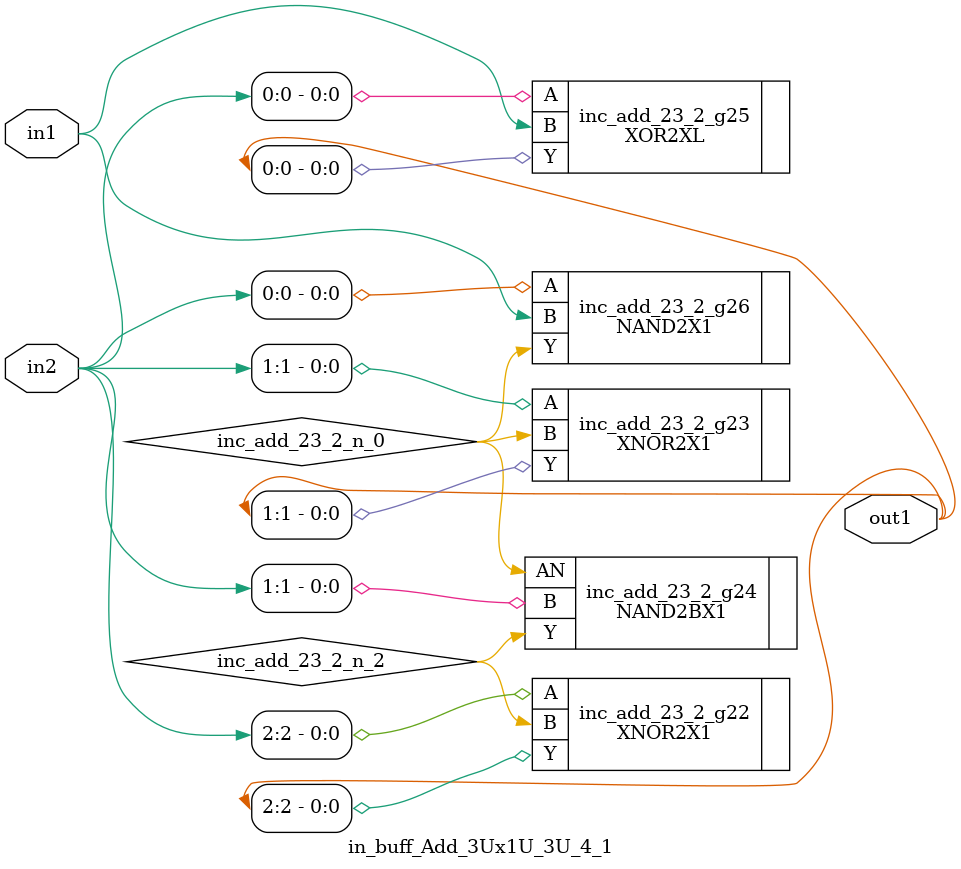
<source format=v>
`timescale 1ps / 1ps


module in_buff_Add_3Ux1U_3U_4_1(in2, in1, out1);
  input [2:0] in2;
  input in1;
  output [2:0] out1;
  wire [2:0] in2;
  wire in1;
  wire [2:0] out1;
  wire inc_add_23_2_n_0, inc_add_23_2_n_2;
  XNOR2X1 inc_add_23_2_g22(.A (in2[2]), .B (inc_add_23_2_n_2), .Y
       (out1[2]));
  XNOR2X1 inc_add_23_2_g23(.A (in2[1]), .B (inc_add_23_2_n_0), .Y
       (out1[1]));
  NAND2BX1 inc_add_23_2_g24(.AN (inc_add_23_2_n_0), .B (in2[1]), .Y
       (inc_add_23_2_n_2));
  XOR2XL inc_add_23_2_g25(.A (in2[0]), .B (in1), .Y (out1[0]));
  NAND2X1 inc_add_23_2_g26(.A (in2[0]), .B (in1), .Y
       (inc_add_23_2_n_0));
endmodule



</source>
